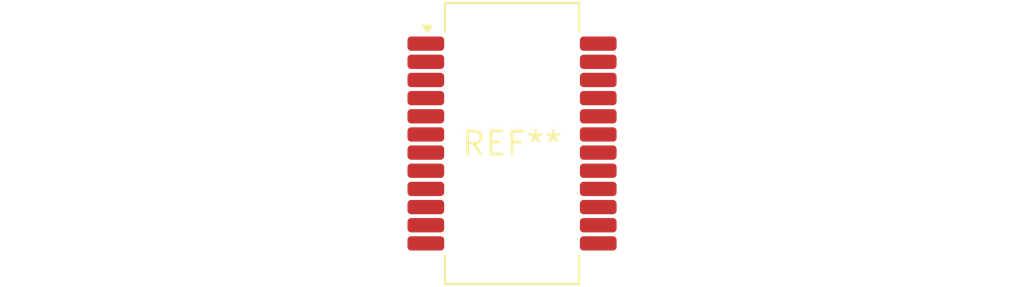
<source format=kicad_pcb>
(kicad_pcb (version 20240108) (generator pcbnew)
  (layers (0 "F.Cu" signal) (31 "B.Cu" signal) (34 "B.Paste" user) (35 "F.Paste" user) (36 "B.SilkS" user "B.Silkscreen") (37 "F.SilkS" user "F.Silkscreen") (38 "B.Mask" user) (39 "F.Mask" user) (44 "Edge.Cuts" user))
  (net 0 "")
  (footprint "Transformer_Ethernet_YDS_30F-51NL_SO-24_7.1x15.1mm" (layer "F.Cu") (at 0 0)
    (property "Reference" "REF**")
    (property "Value" "Transformer_Ethernet_YDS_30F-51NL_SO-24_7.1x15.1mm")
    (fp_line (start -3.66 -7.66) (end -3.66 -6.095) (layer "F.SilkS") (stroke (width 0.12)))
    (fp_line (start -3.66 7.66) (end -3.66 6.095) (layer "F.SilkS") (stroke (width 0.12)))
    (fp_line (start 0 -7.66) (end -3.66 -7.66) (layer "F.SilkS") (stroke (width 0.12)))
    (fp_line (start 0 -7.66) (end 3.66 -7.66) (layer "F.SilkS") (stroke (width 0.12)))
    (fp_line (start 0 7.66) (end -3.66 7.66) (layer "F.SilkS") (stroke (width 0.12)))
    (fp_line (start 0 7.66) (end 3.66 7.66) (layer "F.SilkS") (stroke (width 0.12)))
    (fp_line (start 3.66 -7.66) (end 3.66 -6.095) (layer "F.SilkS") (stroke (width 0.12)))
    (fp_line (start 3.66 7.66) (end 3.66 6.095) (layer "F.SilkS") (stroke (width 0.12)))
    (fp_poly (pts (xy -4.625 -6.095) (xy -4.865 -6.425) (xy -4.385 -6.425) (xy -4.625 -6.095)) (layer "F.SilkS") (stroke (width 0.12)) (fill solid))
    (pad "1" smd roundrect (at -4.7 -5.445) (size 2 0.78) (layers "F.Cu" "F.Paste" "F.Mask"))
    (pad "2" smd roundrect (at -4.7 -4.455) (size 2 0.78) (layers "F.Cu" "F.Paste" "F.Mask"))
    (pad "3" smd roundrect (at -4.7 -3.465) (size 2 0.78) (layers "F.Cu" "F.Paste" "F.Mask"))
    (pad "4" smd roundrect (at -4.7 -2.475) (size 2 0.78) (layers "F.Cu" "F.Paste" "F.Mask"))
    (pad "5" smd roundrect (at -4.7 -1.485) (size 2 0.78) (layers "F.Cu" "F.Paste" "F.Mask"))
    (pad "6" smd roundrect (at -4.7 -0.495) (size 2 0.78) (layers "F.Cu" "F.Paste" "F.Mask"))
    (pad "7" smd roundrect (at -4.7 0.495) (size 2 0.78) (layers "F.Cu" "F.Paste" "F.Mask"))
    (pad "8" smd roundrect (at -4.7 1.485) (size 2 0.78) (layers "F.Cu" "F.Paste" "F.Mask"))
    (pad "9" smd roundrect (at -4.7 2.475) (size 2 0.78) (layers "F.Cu" "F.Paste" "F.Mask"))
    (pad "10" smd roundrect (at -4.7 3.465) (size 2 0.78) (layers "F.Cu" "F.Paste" "F.Mask"))
    (pad "11" smd roundrect (at -4.7 4.455) (size 2 0.78) (layers "F.Cu" "F.Paste" "F.Mask"))
    (pad "12" smd roundrect (at -4.7 5.445) (size 2 0.78) (layers "F.Cu" "F.Paste" "F.Mask"))
    (pad "13" smd roundrect (at 4.7 5.445) (size 2 0.78) (layers "F.Cu" "F.Paste" "F.Mask"))
    (pad "14" smd roundrect (at 4.7 4.455) (size 2 0.78) (layers "F.Cu" "F.Paste" "F.Mask"))
    (pad "15" smd roundrect (at 4.7 3.465) (size 2 0.78) (layers "F.Cu" "F.Paste" "F.Mask"))
    (pad "16" smd roundrect (at 4.7 2.475) (size 2 0.78) (layers "F.Cu" "F.Paste" "F.Mask"))
    (pad "17" smd roundrect (at 4.7 1.485) (size 2 0.78) (layers "F.Cu" "F.Paste" "F.Mask"))
    (pad "18" smd roundrect (at 4.7 0.495) (size 2 0.78) (layers "F.Cu" "F.Paste" "F.Mask"))
    (pad "19" smd roundrect (at 4.7 -0.495) (size 2 0.78) (layers "F.Cu" "F.Paste" "F.Mask"))
    (pad "20" smd roundrect (at 4.7 -1.485) (size 2 0.78) (layers "F.Cu" "F.Paste" "F.Mask"))
    (pad "21" smd roundrect (at 4.7 -2.475) (size 2 0.78) (layers "F.Cu" "F.Paste" "F.Mask"))
    (pad "22" smd roundrect (at 4.7 -3.465) (size 2 0.78) (layers "F.Cu" "F.Paste" "F.Mask"))
    (pad "23" smd roundrect (at 4.7 -4.455) (size 2 0.78) (layers "F.Cu" "F.Paste" "F.Mask"))
    (pad "24" smd roundrect (at 4.7 -5.445) (size 2 0.78) (layers "F.Cu" "F.Paste" "F.Mask"))
  )
)
</source>
